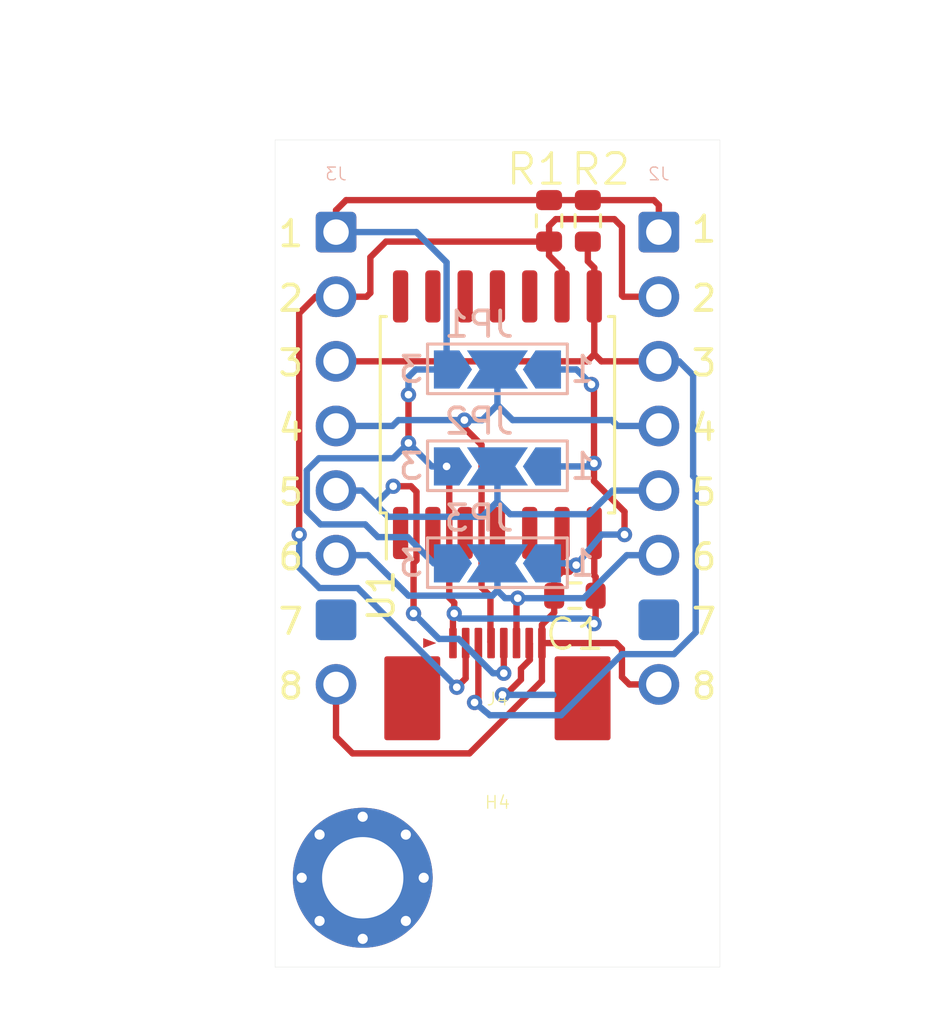
<source format=kicad_pcb>
(kicad_pcb (version 20171130) (host pcbnew "(5.1.5-0-10_14)")

  (general
    (thickness 1.6)
    (drawings 31)
    (tracks 193)
    (zones 0)
    (modules 12)
    (nets 11)
  )

  (page A4)
  (layers
    (0 F.Cu mixed)
    (31 B.Cu mixed)
    (32 B.Adhes user)
    (33 F.Adhes user)
    (34 B.Paste user)
    (35 F.Paste user)
    (36 B.SilkS user)
    (37 F.SilkS user)
    (38 B.Mask user)
    (39 F.Mask user)
    (40 Dwgs.User user)
    (41 Cmts.User user)
    (42 Eco1.User user)
    (43 Eco2.User user)
    (44 Edge.Cuts user)
    (45 Margin user)
    (46 B.CrtYd user)
    (47 F.CrtYd user)
    (48 B.Fab user)
    (49 F.Fab user)
  )

  (setup
    (last_trace_width 0.25)
    (user_trace_width 0.15)
    (user_trace_width 0.2)
    (user_trace_width 0.3)
    (user_trace_width 0.5)
    (user_trace_width 0.6)
    (user_trace_width 0.7)
    (user_trace_width 0.8)
    (user_trace_width 1)
    (user_trace_width 1.5)
    (user_trace_width 1.6)
    (user_trace_width 2.34)
    (trace_clearance 0.2)
    (zone_clearance 0.2)
    (zone_45_only no)
    (trace_min 0.15)
    (via_size 0.6)
    (via_drill 0.3)
    (via_min_size 0.6)
    (via_min_drill 0.3)
    (uvia_size 0.2)
    (uvia_drill 0.1)
    (uvias_allowed no)
    (uvia_min_size 0.2)
    (uvia_min_drill 0.1)
    (edge_width 0.01)
    (segment_width 0.02)
    (pcb_text_width 0.3)
    (pcb_text_size 1.5 1.5)
    (mod_edge_width 0.15)
    (mod_text_size 1 1)
    (mod_text_width 0.15)
    (pad_size 1.6 1.6)
    (pad_drill 1)
    (pad_to_mask_clearance 0)
    (solder_mask_min_width 0.1)
    (aux_axis_origin 92 70.99)
    (grid_origin 92 70.99)
    (visible_elements FFFFE77F)
    (pcbplotparams
      (layerselection 0x010cc_ffffffff)
      (usegerberextensions true)
      (usegerberattributes false)
      (usegerberadvancedattributes false)
      (creategerberjobfile false)
      (excludeedgelayer false)
      (linewidth 0.100000)
      (plotframeref false)
      (viasonmask false)
      (mode 1)
      (useauxorigin false)
      (hpglpennumber 1)
      (hpglpenspeed 20)
      (hpglpendiameter 15.000000)
      (psnegative false)
      (psa4output false)
      (plotreference false)
      (plotvalue false)
      (plotinvisibletext false)
      (padsonsilk true)
      (subtractmaskfromsilk false)
      (outputformat 1)
      (mirror false)
      (drillshape 0)
      (scaleselection 1)
      (outputdirectory "export/connector-breakout-b1-gerbers/"))
  )

  (net 0 "")
  (net 1 /VDD)
  (net 2 /GND)
  (net 3 /SDA)
  (net 4 /SCL)
  (net 5 /GPIO5)
  (net 6 /GPIO4)
  (net 7 /GPIO3)
  (net 8 "Net-(J2-Pad7)")
  (net 9 "Net-(J3-Pad7)")
  (net 10 "Net-(J4-Pad7)")

  (net_class Default "This is the default net class."
    (clearance 0.2)
    (trace_width 0.25)
    (via_dia 0.6)
    (via_drill 0.3)
    (uvia_dia 0.2)
    (uvia_drill 0.1)
    (add_net /GND)
    (add_net /GPIO3)
    (add_net /GPIO4)
    (add_net /GPIO5)
    (add_net /SCL)
    (add_net /SDA)
    (add_net /VDD)
    (add_net "Net-(J2-Pad7)")
    (add_net "Net-(J3-Pad7)")
    (add_net "Net-(J4-Pad7)")
  )

  (module connector:RUUVI_CONNECTOR_8PIN_HEADER (layer B.Cu) (tedit 5E942D6B) (tstamp 5E94336A)
    (at 85.65 82.11 180)
    (descr "Through hole straight pin header, 1x08, 2.54mm pitch, single row")
    (tags "Through hole pin header THT 1x08 2.54mm single row")
    (path /5E44A1A8)
    (fp_text reference J3 (at 0 2.286) (layer B.SilkS)
      (effects (font (size 0.5 0.5) (thickness 0.05)) (justify mirror))
    )
    (fp_text value "Ruuvi Connector Pin Header" (at 3.81 -6.67 90) (layer B.Fab)
      (effects (font (size 0.5 0.5) (thickness 0.05)) (justify mirror))
    )
    (fp_text user %R (at 0 -8.89 270) (layer B.Fab)
      (effects (font (size 1 1) (thickness 0.15)) (justify mirror))
    )
    (fp_line (start 1.8 1.8) (end -1.8 1.8) (layer B.CrtYd) (width 0.05))
    (fp_line (start 1.8 -19.55) (end 1.8 1.8) (layer B.CrtYd) (width 0.05))
    (fp_line (start -1.8 -19.55) (end 1.8 -19.55) (layer B.CrtYd) (width 0.05))
    (fp_line (start -1.8 1.8) (end -1.8 -19.55) (layer B.CrtYd) (width 0.05))
    (pad 8 thru_hole oval (at 0 -17.78 180) (size 1.6 1.6) (drill 1) (layers *.Cu *.Mask)
      (net 2 /GND))
    (pad 7 smd roundrect (at 0 -15.24 180) (size 1.6 1.6) (layers B.Cu B.Paste B.Mask) (roundrect_rratio 0.125)
      (net 9 "Net-(J3-Pad7)"))
    (pad 6 thru_hole oval (at 0 -12.7 180) (size 1.6 1.6) (drill 1) (layers *.Cu *.Mask)
      (net 5 /GPIO5))
    (pad 5 thru_hole oval (at 0 -10.16 180) (size 1.6 1.6) (drill 1) (layers *.Cu *.Mask)
      (net 6 /GPIO4))
    (pad 4 thru_hole oval (at 0 -7.62 180) (size 1.6 1.6) (drill 1) (layers *.Cu *.Mask)
      (net 7 /GPIO3))
    (pad 3 thru_hole oval (at 0 -5.08 180) (size 1.6 1.6) (drill 1) (layers *.Cu *.Mask)
      (net 3 /SDA))
    (pad 2 thru_hole oval (at 0 -2.54 180) (size 1.6 1.6) (drill 1) (layers *.Cu *.Mask)
      (net 4 /SCL))
    (pad 1 thru_hole roundrect (at 0 0 180) (size 1.6 1.6) (drill 1) (layers *.Cu *.Mask) (roundrect_rratio 0.125)
      (net 1 /VDD))
    (model ${KISYS3DMOD}/Connector_PinHeader_2.54mm.3dshapes/PinHeader_1x08_P2.54mm_Vertical.wrl
      (at (xyz 0 0 0))
      (scale (xyz 1 1 1))
      (rotate (xyz 0 0 0))
    )
  )

  (module connector:RUUVI_CONNECTOR_8PIN_HEADER (layer B.Cu) (tedit 5E942D86) (tstamp 5E94339A)
    (at 98.35 82.11 180)
    (descr "Through hole straight pin header, 1x08, 2.54mm pitch, single row")
    (tags "Through hole pin header THT 1x08 2.54mm single row")
    (path /5E43D485)
    (fp_text reference J2 (at 0 2.286) (layer B.SilkS)
      (effects (font (size 0.5 0.5) (thickness 0.05)) (justify mirror))
    )
    (fp_text value "Ruuvi Connector Pin Header" (at -3.81 -6.67 90) (layer B.Fab)
      (effects (font (size 0.5 0.5) (thickness 0.05)) (justify mirror))
    )
    (fp_text user %R (at 0 -8.89 270) (layer B.Fab)
      (effects (font (size 1 1) (thickness 0.15)) (justify mirror))
    )
    (fp_line (start 1.8 1.8) (end -1.8 1.8) (layer B.CrtYd) (width 0.05))
    (fp_line (start 1.8 -19.55) (end 1.8 1.8) (layer B.CrtYd) (width 0.05))
    (fp_line (start -1.8 -19.55) (end 1.8 -19.55) (layer B.CrtYd) (width 0.05))
    (fp_line (start -1.8 1.8) (end -1.8 -19.55) (layer B.CrtYd) (width 0.05))
    (pad 8 thru_hole oval (at 0 -17.78 180) (size 1.6 1.6) (drill 1) (layers *.Cu *.Mask)
      (net 2 /GND))
    (pad 7 smd roundrect (at 0 -15.24 180) (size 1.6 1.6) (layers B.Cu B.Paste B.Mask) (roundrect_rratio 0.125)
      (net 8 "Net-(J2-Pad7)"))
    (pad 6 thru_hole oval (at 0 -12.7 180) (size 1.6 1.6) (drill 1) (layers *.Cu *.Mask)
      (net 5 /GPIO5))
    (pad 5 thru_hole oval (at 0 -10.16 180) (size 1.6 1.6) (drill 1) (layers *.Cu *.Mask)
      (net 6 /GPIO4))
    (pad 4 thru_hole oval (at 0 -7.62 180) (size 1.6 1.6) (drill 1) (layers *.Cu *.Mask)
      (net 7 /GPIO3))
    (pad 3 thru_hole oval (at 0 -5.08 180) (size 1.6 1.6) (drill 1) (layers *.Cu *.Mask)
      (net 3 /SDA))
    (pad 2 thru_hole oval (at 0 -2.54 180) (size 1.6 1.6) (drill 1) (layers *.Cu *.Mask)
      (net 4 /SCL))
    (pad 1 thru_hole roundrect (at 0 0 180) (size 1.6 1.6) (drill 1) (layers *.Cu *.Mask) (roundrect_rratio 0.125)
      (net 1 /VDD))
    (model ${KISYS3DMOD}/Connector_PinHeader_2.54mm.3dshapes/PinHeader_1x08_P2.54mm_Vertical.wrl
      (at (xyz 0 0 0))
      (scale (xyz 1 1 1))
      (rotate (xyz 0 0 0))
    )
  )

  (module ruuvitag:MountingHole_3.2mm_M3_Pad_Via (layer F.Cu) (tedit 5E4552CD) (tstamp 5E943CAE)
    (at 86.7 107.49)
    (descr "Mounting Hole 3.2mm, M3")
    (tags "mounting hole 3.2mm m3")
    (path /5E4B7E1C)
    (attr virtual)
    (fp_text reference H6 (at 0 0) (layer F.SilkS)
      (effects (font (size 0.5 0.5) (thickness 0.05)))
    )
    (fp_text value MountingHole (at 0 0) (layer F.Fab)
      (effects (font (size 0.5 0.5) (thickness 0.05)))
    )
    (fp_text user %R (at 0.3 0) (layer F.Fab)
      (effects (font (size 1 1) (thickness 0.15)))
    )
    (pad 1 thru_hole circle (at 0 0) (size 5.5 5.5) (drill 3.2) (layers *.Cu *.Mask))
    (pad 1 thru_hole circle (at 2.4 0) (size 0.7 0.7) (drill 0.4) (layers *.Cu *.Mask))
    (pad 1 thru_hole circle (at 1.697056 1.697056) (size 0.7 0.7) (drill 0.4) (layers *.Cu *.Mask))
    (pad 1 thru_hole circle (at 0 2.4) (size 0.7 0.7) (drill 0.4) (layers *.Cu *.Mask))
    (pad 1 thru_hole circle (at -1.697056 1.697056) (size 0.7 0.7) (drill 0.4) (layers *.Cu *.Mask))
    (pad 1 thru_hole circle (at -2.4 0) (size 0.7 0.7) (drill 0.4) (layers *.Cu *.Mask))
    (pad 1 thru_hole circle (at -1.697056 -1.697056) (size 0.7 0.7) (drill 0.4) (layers *.Cu *.Mask))
    (pad 1 thru_hole circle (at 0 -2.4) (size 0.7 0.7) (drill 0.4) (layers *.Cu *.Mask))
    (pad 1 thru_hole circle (at 1.697056 -1.697056) (size 0.7 0.7) (drill 0.4) (layers *.Cu *.Mask))
  )

  (module connector:BreakoutHoles (layer F.Cu) (tedit 5E45549B) (tstamp 5E94331E)
    (at 92 103.5)
    (path /5E4B8666)
    (fp_text reference H4 (at 0 1.028) (layer F.SilkS)
      (effects (font (size 0.5 0.5) (thickness 0.05)))
    )
    (fp_text value "27 x 0.4mm NPTH" (at 0 -0.1) (layer F.Fab)
      (effects (font (size 0.5 0.5) (thickness 0.05)))
    )
    (pad "" np_thru_hole circle (at -6.6 0) (size 0.4 0.4) (drill 0.4) (layers *.Cu *.Mask))
    (pad "" np_thru_hole circle (at -0.6 0) (size 0.4 0.4) (drill 0.4) (layers *.Cu *.Mask))
    (pad "" np_thru_hole circle (at -3.6 0) (size 0.4 0.4) (drill 0.4) (layers *.Cu *.Mask))
    (pad "" np_thru_hole circle (at -1.2 0) (size 0.4 0.4) (drill 0.4) (layers *.Cu *.Mask))
    (pad "" np_thru_hole circle (at -3 0) (size 0.4 0.4) (drill 0.4) (layers *.Cu *.Mask))
    (pad "" np_thru_hole circle (at -1.8 0) (size 0.4 0.4) (drill 0.4) (layers *.Cu *.Mask))
    (pad "" np_thru_hole circle (at -4.8 0) (size 0.4 0.4) (drill 0.4) (layers *.Cu *.Mask))
    (pad "" np_thru_hole circle (at -5.4 0) (size 0.4 0.4) (drill 0.4) (layers *.Cu *.Mask))
    (pad "" np_thru_hole circle (at -7.8 0) (size 0.4 0.4) (drill 0.4) (layers *.Cu *.Mask))
    (pad "" np_thru_hole circle (at -2.4 0) (size 0.4 0.4) (drill 0.4) (layers *.Cu *.Mask))
    (pad "" np_thru_hole circle (at -4.2 0) (size 0.4 0.4) (drill 0.4) (layers *.Cu *.Mask))
    (pad "" np_thru_hole circle (at -7.2 0) (size 0.4 0.4) (drill 0.4) (layers *.Cu *.Mask))
    (pad "" np_thru_hole circle (at -6 0) (size 0.4 0.4) (drill 0.4) (layers *.Cu *.Mask))
    (pad "" np_thru_hole circle (at 7.8 0) (size 0.4 0.4) (drill 0.4) (layers *.Cu *.Mask))
    (pad "" np_thru_hole circle (at 7.2 0) (size 0.4 0.4) (drill 0.4) (layers *.Cu *.Mask))
    (pad "" np_thru_hole circle (at 6.6 0) (size 0.4 0.4) (drill 0.4) (layers *.Cu *.Mask))
    (pad "" np_thru_hole circle (at 6 0) (size 0.4 0.4) (drill 0.4) (layers *.Cu *.Mask))
    (pad "" np_thru_hole circle (at 5.4 0) (size 0.4 0.4) (drill 0.4) (layers *.Cu *.Mask))
    (pad "" np_thru_hole circle (at 4.8 0) (size 0.4 0.4) (drill 0.4) (layers *.Cu *.Mask))
    (pad "" np_thru_hole circle (at 4.2 0) (size 0.4 0.4) (drill 0.4) (layers *.Cu *.Mask))
    (pad "" np_thru_hole circle (at 3.6 0) (size 0.4 0.4) (drill 0.4) (layers *.Cu *.Mask))
    (pad "" np_thru_hole circle (at 3 0) (size 0.4 0.4) (drill 0.4) (layers *.Cu *.Mask))
    (pad "" np_thru_hole circle (at 2.4 0) (size 0.4 0.4) (drill 0.4) (layers *.Cu *.Mask))
    (pad "" np_thru_hole circle (at 1.8 0) (size 0.4 0.4) (drill 0.4) (layers *.Cu *.Mask))
    (pad "" np_thru_hole circle (at 1.2 0) (size 0.4 0.4) (drill 0.4) (layers *.Cu *.Mask))
    (pad "" np_thru_hole circle (at 0.6 0) (size 0.4 0.4) (drill 0.4) (layers *.Cu *.Mask))
    (pad "" np_thru_hole circle (at 0 0) (size 0.4 0.4) (drill 0.4) (layers *.Cu *.Mask))
  )

  (module passives:CAPC160X80X35L25N (layer F.Cu) (tedit 5C435224) (tstamp 5E943436)
    (at 95.048 96.4)
    (descr "Capacitor, Chip; 1.60 mm L X 0.80 mm W X 0.35 mm H body")
    (path /5E939FCE)
    (attr smd)
    (fp_text reference C1 (at 0 1.524) (layer F.SilkS)
      (effects (font (size 1.2 1.2) (thickness 0.12)))
    )
    (fp_text value 100n (at 0 0) (layer F.Fab)
      (effects (font (size 1.2 1.2) (thickness 0.12)))
    )
    (fp_line (start 0 -0.35) (end 0 0.35) (layer F.CrtYd) (width 0.05))
    (fp_line (start 0.35 0) (end -0.35 0) (layer F.CrtYd) (width 0.05))
    (fp_circle (center 0 0) (end 0 0.25) (layer F.CrtYd) (width 0.05))
    (fp_line (start 1.41 0.71) (end -1.41 0.71) (layer F.CrtYd) (width 0.05))
    (fp_line (start 1.41 -0.71) (end 1.41 0.71) (layer F.CrtYd) (width 0.05))
    (fp_line (start -1.41 -0.71) (end 1.41 -0.71) (layer F.CrtYd) (width 0.05))
    (fp_line (start -1.41 0.71) (end -1.41 -0.71) (layer F.CrtYd) (width 0.05))
    (fp_line (start -0.24 0.5) (end 0.24 0.5) (layer F.SilkS) (width 0.12))
    (fp_line (start -0.24 -0.5) (end 0.24 -0.5) (layer F.SilkS) (width 0.12))
    (fp_line (start 0.9 0.5) (end -0.9 0.5) (layer F.Fab) (width 0.12))
    (fp_line (start 0.9 -0.5) (end 0.9 0.5) (layer F.Fab) (width 0.12))
    (fp_line (start -0.9 -0.5) (end 0.9 -0.5) (layer F.Fab) (width 0.12))
    (fp_line (start -0.9 0.5) (end -0.9 -0.5) (layer F.Fab) (width 0.12))
    (fp_line (start 0.8 0.4) (end -0.8 0.4) (layer Dwgs.User) (width 0.025))
    (fp_line (start 0.8 -0.4) (end 0.8 0.4) (layer Dwgs.User) (width 0.025))
    (fp_line (start -0.8 -0.4) (end 0.8 -0.4) (layer Dwgs.User) (width 0.025))
    (fp_line (start -0.8 0.4) (end -0.8 -0.4) (layer Dwgs.User) (width 0.025))
    (fp_line (start 0.8 0.4) (end 0.55 0.4) (layer Dwgs.User) (width 0.025))
    (fp_line (start 0.8 -0.4) (end 0.8 0.4) (layer Dwgs.User) (width 0.025))
    (fp_line (start 0.55 -0.4) (end 0.8 -0.4) (layer Dwgs.User) (width 0.025))
    (fp_line (start 0.55 0.4) (end 0.55 -0.4) (layer Dwgs.User) (width 0.025))
    (fp_line (start -0.8 -0.4) (end -0.55 -0.4) (layer Dwgs.User) (width 0.025))
    (fp_line (start -0.8 0.4) (end -0.8 -0.4) (layer Dwgs.User) (width 0.025))
    (fp_line (start -0.55 0.4) (end -0.8 0.4) (layer Dwgs.User) (width 0.025))
    (fp_line (start -0.55 -0.4) (end -0.55 0.4) (layer Dwgs.User) (width 0.025))
    (fp_text user %R (at 0 0) (layer F.Fab)
      (effects (font (size 0.52 0.52) (thickness 0.05)))
    )
    (pad 2 smd roundrect (at 0.815 0) (size 0.79 1.02) (layers F.Cu F.Paste F.Mask) (roundrect_rratio 0.2532)
      (net 1 /VDD))
    (pad 1 smd roundrect (at -0.815 0) (size 0.79 1.02) (layers F.Cu F.Paste F.Mask) (roundrect_rratio 0.2532)
      (net 2 /GND))
    (model C:/Users/ojousima/Documents/git/ojousima.nrf52sticker.kicad/ojousima.footprints.kicad/passives.3dshapes/CAPC160X80X35L25.STEP
      (at (xyz 0 0 0))
      (scale (xyz 1 1 1))
      (rotate (xyz -90 0 0))
    )
  )

  (module passives:CAPC160X80X35L25N (layer F.Cu) (tedit 5C435224) (tstamp 5E9433D9)
    (at 94.032 81.668 270)
    (descr "Capacitor, Chip; 1.60 mm L X 0.80 mm W X 0.35 mm H body")
    (path /5E94146E)
    (attr smd)
    (fp_text reference R1 (at -2.032 0.508) (layer F.SilkS)
      (effects (font (size 1.2 1.2) (thickness 0.12)))
    )
    (fp_text value 10k (at 0 0 270) (layer F.Fab)
      (effects (font (size 1.2 1.2) (thickness 0.12)))
    )
    (fp_text user %R (at 0 0 270) (layer F.Fab)
      (effects (font (size 0.52 0.52) (thickness 0.05)))
    )
    (fp_line (start -0.55 -0.4) (end -0.55 0.4) (layer Dwgs.User) (width 0.025))
    (fp_line (start -0.55 0.4) (end -0.8 0.4) (layer Dwgs.User) (width 0.025))
    (fp_line (start -0.8 0.4) (end -0.8 -0.4) (layer Dwgs.User) (width 0.025))
    (fp_line (start -0.8 -0.4) (end -0.55 -0.4) (layer Dwgs.User) (width 0.025))
    (fp_line (start 0.55 0.4) (end 0.55 -0.4) (layer Dwgs.User) (width 0.025))
    (fp_line (start 0.55 -0.4) (end 0.8 -0.4) (layer Dwgs.User) (width 0.025))
    (fp_line (start 0.8 -0.4) (end 0.8 0.4) (layer Dwgs.User) (width 0.025))
    (fp_line (start 0.8 0.4) (end 0.55 0.4) (layer Dwgs.User) (width 0.025))
    (fp_line (start -0.8 0.4) (end -0.8 -0.4) (layer Dwgs.User) (width 0.025))
    (fp_line (start -0.8 -0.4) (end 0.8 -0.4) (layer Dwgs.User) (width 0.025))
    (fp_line (start 0.8 -0.4) (end 0.8 0.4) (layer Dwgs.User) (width 0.025))
    (fp_line (start 0.8 0.4) (end -0.8 0.4) (layer Dwgs.User) (width 0.025))
    (fp_line (start -0.9 0.5) (end -0.9 -0.5) (layer F.Fab) (width 0.12))
    (fp_line (start -0.9 -0.5) (end 0.9 -0.5) (layer F.Fab) (width 0.12))
    (fp_line (start 0.9 -0.5) (end 0.9 0.5) (layer F.Fab) (width 0.12))
    (fp_line (start 0.9 0.5) (end -0.9 0.5) (layer F.Fab) (width 0.12))
    (fp_line (start -0.24 -0.5) (end 0.24 -0.5) (layer F.SilkS) (width 0.12))
    (fp_line (start -0.24 0.5) (end 0.24 0.5) (layer F.SilkS) (width 0.12))
    (fp_line (start -1.41 0.71) (end -1.41 -0.71) (layer F.CrtYd) (width 0.05))
    (fp_line (start -1.41 -0.71) (end 1.41 -0.71) (layer F.CrtYd) (width 0.05))
    (fp_line (start 1.41 -0.71) (end 1.41 0.71) (layer F.CrtYd) (width 0.05))
    (fp_line (start 1.41 0.71) (end -1.41 0.71) (layer F.CrtYd) (width 0.05))
    (fp_circle (center 0 0) (end 0 0.25) (layer F.CrtYd) (width 0.05))
    (fp_line (start 0.35 0) (end -0.35 0) (layer F.CrtYd) (width 0.05))
    (fp_line (start 0 -0.35) (end 0 0.35) (layer F.CrtYd) (width 0.05))
    (pad 1 smd roundrect (at -0.815 0 270) (size 0.79 1.02) (layers F.Cu F.Paste F.Mask) (roundrect_rratio 0.2532)
      (net 1 /VDD))
    (pad 2 smd roundrect (at 0.815 0 270) (size 0.79 1.02) (layers F.Cu F.Paste F.Mask) (roundrect_rratio 0.2532)
      (net 4 /SCL))
    (model C:/Users/ojousima/Documents/git/ojousima.nrf52sticker.kicad/ojousima.footprints.kicad/passives.3dshapes/CAPC160X80X35L25.STEP
      (at (xyz 0 0 0))
      (scale (xyz 1 1 1))
      (rotate (xyz -90 0 0))
    )
  )

  (module passives:CAPC160X80X35L25N (layer F.Cu) (tedit 5C435224) (tstamp 5E9432C2)
    (at 95.556 81.668 270)
    (descr "Capacitor, Chip; 1.60 mm L X 0.80 mm W X 0.35 mm H body")
    (path /5E9421D0)
    (attr smd)
    (fp_text reference R2 (at -2.032 -0.508) (layer F.SilkS)
      (effects (font (size 1.2 1.2) (thickness 0.12)))
    )
    (fp_text value 10k (at 0 0 270) (layer F.Fab)
      (effects (font (size 1.2 1.2) (thickness 0.12)))
    )
    (fp_line (start 0 -0.35) (end 0 0.35) (layer F.CrtYd) (width 0.05))
    (fp_line (start 0.35 0) (end -0.35 0) (layer F.CrtYd) (width 0.05))
    (fp_circle (center 0 0) (end 0 0.25) (layer F.CrtYd) (width 0.05))
    (fp_line (start 1.41 0.71) (end -1.41 0.71) (layer F.CrtYd) (width 0.05))
    (fp_line (start 1.41 -0.71) (end 1.41 0.71) (layer F.CrtYd) (width 0.05))
    (fp_line (start -1.41 -0.71) (end 1.41 -0.71) (layer F.CrtYd) (width 0.05))
    (fp_line (start -1.41 0.71) (end -1.41 -0.71) (layer F.CrtYd) (width 0.05))
    (fp_line (start -0.24 0.5) (end 0.24 0.5) (layer F.SilkS) (width 0.12))
    (fp_line (start -0.24 -0.5) (end 0.24 -0.5) (layer F.SilkS) (width 0.12))
    (fp_line (start 0.9 0.5) (end -0.9 0.5) (layer F.Fab) (width 0.12))
    (fp_line (start 0.9 -0.5) (end 0.9 0.5) (layer F.Fab) (width 0.12))
    (fp_line (start -0.9 -0.5) (end 0.9 -0.5) (layer F.Fab) (width 0.12))
    (fp_line (start -0.9 0.5) (end -0.9 -0.5) (layer F.Fab) (width 0.12))
    (fp_line (start 0.8 0.4) (end -0.8 0.4) (layer Dwgs.User) (width 0.025))
    (fp_line (start 0.8 -0.4) (end 0.8 0.4) (layer Dwgs.User) (width 0.025))
    (fp_line (start -0.8 -0.4) (end 0.8 -0.4) (layer Dwgs.User) (width 0.025))
    (fp_line (start -0.8 0.4) (end -0.8 -0.4) (layer Dwgs.User) (width 0.025))
    (fp_line (start 0.8 0.4) (end 0.55 0.4) (layer Dwgs.User) (width 0.025))
    (fp_line (start 0.8 -0.4) (end 0.8 0.4) (layer Dwgs.User) (width 0.025))
    (fp_line (start 0.55 -0.4) (end 0.8 -0.4) (layer Dwgs.User) (width 0.025))
    (fp_line (start 0.55 0.4) (end 0.55 -0.4) (layer Dwgs.User) (width 0.025))
    (fp_line (start -0.8 -0.4) (end -0.55 -0.4) (layer Dwgs.User) (width 0.025))
    (fp_line (start -0.8 0.4) (end -0.8 -0.4) (layer Dwgs.User) (width 0.025))
    (fp_line (start -0.55 0.4) (end -0.8 0.4) (layer Dwgs.User) (width 0.025))
    (fp_line (start -0.55 -0.4) (end -0.55 0.4) (layer Dwgs.User) (width 0.025))
    (fp_text user %R (at 0 0 270) (layer F.Fab)
      (effects (font (size 0.52 0.52) (thickness 0.05)))
    )
    (pad 2 smd roundrect (at 0.815 0 270) (size 0.79 1.02) (layers F.Cu F.Paste F.Mask) (roundrect_rratio 0.2532)
      (net 3 /SDA))
    (pad 1 smd roundrect (at -0.815 0 270) (size 0.79 1.02) (layers F.Cu F.Paste F.Mask) (roundrect_rratio 0.2532)
      (net 1 /VDD))
    (model C:/Users/ojousima/Documents/git/ojousima.nrf52sticker.kicad/ojousima.footprints.kicad/passives.3dshapes/CAPC160X80X35L25.STEP
      (at (xyz 0 0 0))
      (scale (xyz 1 1 1))
      (rotate (xyz -90 0 0))
    )
  )

  (module Package_SO:SOIC-14W_7.5x9mm_P1.27mm (layer F.Cu) (tedit 5D9F72B1) (tstamp 5E943234)
    (at 92 89.288 90)
    (descr "SOIC, 14 Pin (JEDEC MS-013AF, https://www.analog.com/media/en/package-pcb-resources/package/54614177245586rw_14.pdf), generated with kicad-footprint-generator ipc_gullwing_generator.py")
    (tags "SOIC SO")
    (path /5E91DD4B)
    (attr smd)
    (fp_text reference U1 (at -7.112 -4.572 90) (layer F.SilkS)
      (effects (font (size 1 1) (thickness 0.15)))
    )
    (fp_text value NPA-700 (at 0 5.45 90) (layer F.Fab)
      (effects (font (size 1 1) (thickness 0.15)))
    )
    (fp_line (start 0 4.61) (end 3.86 4.61) (layer F.SilkS) (width 0.12))
    (fp_line (start 3.86 4.61) (end 3.86 4.37) (layer F.SilkS) (width 0.12))
    (fp_line (start 0 4.61) (end -3.86 4.61) (layer F.SilkS) (width 0.12))
    (fp_line (start -3.86 4.61) (end -3.86 4.37) (layer F.SilkS) (width 0.12))
    (fp_line (start 0 -4.61) (end 3.86 -4.61) (layer F.SilkS) (width 0.12))
    (fp_line (start 3.86 -4.61) (end 3.86 -4.37) (layer F.SilkS) (width 0.12))
    (fp_line (start 0 -4.61) (end -3.86 -4.61) (layer F.SilkS) (width 0.12))
    (fp_line (start -3.86 -4.61) (end -3.86 -4.37) (layer F.SilkS) (width 0.12))
    (fp_line (start -3.86 -4.37) (end -5.675 -4.37) (layer F.SilkS) (width 0.12))
    (fp_line (start -2.75 -4.5) (end 3.75 -4.5) (layer F.Fab) (width 0.1))
    (fp_line (start 3.75 -4.5) (end 3.75 4.5) (layer F.Fab) (width 0.1))
    (fp_line (start 3.75 4.5) (end -3.75 4.5) (layer F.Fab) (width 0.1))
    (fp_line (start -3.75 4.5) (end -3.75 -3.5) (layer F.Fab) (width 0.1))
    (fp_line (start -3.75 -3.5) (end -2.75 -4.5) (layer F.Fab) (width 0.1))
    (fp_line (start -5.93 -4.75) (end -5.93 4.75) (layer F.CrtYd) (width 0.05))
    (fp_line (start -5.93 4.75) (end 5.93 4.75) (layer F.CrtYd) (width 0.05))
    (fp_line (start 5.93 4.75) (end 5.93 -4.75) (layer F.CrtYd) (width 0.05))
    (fp_line (start 5.93 -4.75) (end -5.93 -4.75) (layer F.CrtYd) (width 0.05))
    (fp_text user %R (at 0 0 90) (layer F.Fab)
      (effects (font (size 1 1) (thickness 0.15)))
    )
    (pad 1 smd roundrect (at -4.65 -3.81 90) (size 2.05 0.6) (layers F.Cu F.Paste F.Mask) (roundrect_rratio 0.25))
    (pad 2 smd roundrect (at -4.65 -2.54 90) (size 2.05 0.6) (layers F.Cu F.Paste F.Mask) (roundrect_rratio 0.25))
    (pad 3 smd roundrect (at -4.65 -1.27 90) (size 2.05 0.6) (layers F.Cu F.Paste F.Mask) (roundrect_rratio 0.25))
    (pad 4 smd roundrect (at -4.65 0 90) (size 2.05 0.6) (layers F.Cu F.Paste F.Mask) (roundrect_rratio 0.25))
    (pad 5 smd roundrect (at -4.65 1.27 90) (size 2.05 0.6) (layers F.Cu F.Paste F.Mask) (roundrect_rratio 0.25))
    (pad 6 smd roundrect (at -4.65 2.54 90) (size 2.05 0.6) (layers F.Cu F.Paste F.Mask) (roundrect_rratio 0.25)
      (net 2 /GND))
    (pad 7 smd roundrect (at -4.65 3.81 90) (size 2.05 0.6) (layers F.Cu F.Paste F.Mask) (roundrect_rratio 0.25)
      (net 1 /VDD))
    (pad 8 smd roundrect (at 4.65 3.81 90) (size 2.05 0.6) (layers F.Cu F.Paste F.Mask) (roundrect_rratio 0.25)
      (net 3 /SDA))
    (pad 9 smd roundrect (at 4.65 2.54 90) (size 2.05 0.6) (layers F.Cu F.Paste F.Mask) (roundrect_rratio 0.25)
      (net 4 /SCL))
    (pad 10 smd roundrect (at 4.65 1.27 90) (size 2.05 0.6) (layers F.Cu F.Paste F.Mask) (roundrect_rratio 0.25))
    (pad 11 smd roundrect (at 4.65 0 90) (size 2.05 0.6) (layers F.Cu F.Paste F.Mask) (roundrect_rratio 0.25))
    (pad 12 smd roundrect (at 4.65 -1.27 90) (size 2.05 0.6) (layers F.Cu F.Paste F.Mask) (roundrect_rratio 0.25))
    (pad 13 smd roundrect (at 4.65 -2.54 90) (size 2.05 0.6) (layers F.Cu F.Paste F.Mask) (roundrect_rratio 0.25))
    (pad 14 smd roundrect (at 4.65 -3.81 90) (size 2.05 0.6) (layers F.Cu F.Paste F.Mask) (roundrect_rratio 0.25))
    (model ${KISYS3DMOD}/Package_SO.3dshapes/SOIC-14W_7.5x9mm_P1.27mm.wrl
      (at (xyz 0 0 0))
      (scale (xyz 1 1 1))
      (rotate (xyz 0 0 0))
    )
  )

  (module connector:RUUVI_CONNECTOR_FFC (layer F.Cu) (tedit 5E4792EC) (tstamp 5E9431D6)
    (at 92 100.464)
    (path /5E47EC4C)
    (fp_text reference J4 (at 0 0) (layer F.SilkS)
      (effects (font (size 0.5 0.5) (thickness 0.05)))
    )
    (fp_text value "Ruuvi Connector Horizontal" (at 0 0) (layer F.Fab)
      (effects (font (size 0.5 0.5) (thickness 0.05)))
    )
    (fp_line (start -4.8 1.6) (end -4.8 2.6) (layer F.CrtYd) (width 0.05))
    (fp_line (start -4.8 2.6) (end 4.8 2.6) (layer F.CrtYd) (width 0.05))
    (fp_line (start 4.8 2.6) (end 4.8 1.6) (layer F.CrtYd) (width 0.05))
    (fp_line (start 4.8 3.6) (end -4.8 3.6) (layer F.CrtYd) (width 0.05))
    (fp_line (start -4.8 3.6) (end -4.8 3) (layer F.CrtYd) (width 0.05))
    (fp_line (start 4.8 3.6) (end 4.8 3) (layer F.CrtYd) (width 0.05))
    (fp_line (start -4.8 1.6) (end -2.4 1.6) (layer F.CrtYd) (width 0.05))
    (fp_line (start -2.4 1.6) (end -2.4 2.6) (layer F.CrtYd) (width 0.05))
    (fp_line (start 2.4 1.6) (end 2.4 2.6) (layer F.CrtYd) (width 0.05))
    (fp_line (start 2.4 1.6) (end 4.8 1.6) (layer F.CrtYd) (width 0.05))
    (fp_line (start -2.2 2.6) (end -2.2 -1.2) (layer F.CrtYd) (width 0.05))
    (fp_line (start -2.2 -1.2) (end 2.2 -1.2) (layer F.CrtYd) (width 0.05))
    (fp_line (start 2.2 -1.2) (end 2.2 2.6) (layer F.CrtYd) (width 0.05))
    (fp_text user Open (at 0 3.1) (layer F.CrtYd)
      (effects (font (size 0.3 0.3) (thickness 0.03) italic))
    )
    (fp_text user Closed (at 0 2.15) (layer F.CrtYd)
      (effects (font (size 0.3 0.3) (thickness 0.03) italic))
    )
    (pad 1 smd roundrect (at -1.75 -2.2) (size 0.3 1.2) (layers F.Cu F.Paste F.Mask) (roundrect_rratio 0.167)
      (net 1 /VDD))
    (pad 2 smd roundrect (at -1.25 -2.2) (size 0.3 1.2) (layers F.Cu F.Paste F.Mask) (roundrect_rratio 0.167)
      (net 4 /SCL))
    (pad 3 smd roundrect (at -0.75 -2.2) (size 0.3 1.2) (layers F.Cu F.Paste F.Mask) (roundrect_rratio 0.167)
      (net 3 /SDA))
    (pad 4 smd roundrect (at -0.25 -2.2) (size 0.3 1.2) (layers F.Cu F.Paste F.Mask) (roundrect_rratio 0.167)
      (net 7 /GPIO3))
    (pad 5 smd roundrect (at 0.25 -2.2) (size 0.3 1.2) (layers F.Cu F.Paste F.Mask) (roundrect_rratio 0.167)
      (net 6 /GPIO4))
    (pad 6 smd roundrect (at 0.75 -2.2) (size 0.3 1.2) (layers F.Cu F.Paste F.Mask) (roundrect_rratio 0.167)
      (net 5 /GPIO5))
    (pad 7 smd roundrect (at 1.25 -2.2) (size 0.3 1.2) (layers F.Cu F.Paste F.Mask) (roundrect_rratio 0.167)
      (net 10 "Net-(J4-Pad7)"))
    (pad 8 smd roundrect (at 1.75 -2.2) (size 0.3 1.2) (layers F.Cu F.Paste F.Mask) (roundrect_rratio 0.167)
      (net 2 /GND))
    (pad ~ smd roundrect (at -3.35 -0.03) (size 2.2 3.3) (layers F.Cu F.Paste F.Mask) (roundrect_rratio 0.045))
    (pad ~ smd roundrect (at 3.35 -0.03) (size 2.2 3.3) (layers F.Cu F.Paste F.Mask) (roundrect_rratio 0.045))
    (pad ~ smd trapezoid (at -2.67 -2.2) (size 0.5 0.2) (rect_delta 0.19 0 ) (layers F.Cu F.Mask))
    (model "../../kicad-library/3d-components/JUSHUO AFC07-S08ECA-00.wrl"
      (at (xyz 0 0 0))
      (scale (xyz 1 1 1))
      (rotate (xyz 0 0 0))
    )
  )

  (module Jumper:SolderJumper-3_P2.0mm_Open_TrianglePad1.0x1.5mm_NumberLabels (layer B.Cu) (tedit 5A6480B6) (tstamp 5E943195)
    (at 92 87.51 180)
    (descr "SMD Solder Jumper, 1x1.5mm Triangular Pads, 0.3mm gap, open, labeled with numbers")
    (tags "solder jumper open")
    (path /5E94F147)
    (attr virtual)
    (fp_text reference JP1 (at 0.725 1.775 180) (layer B.SilkS)
      (effects (font (size 1 1) (thickness 0.15)) (justify mirror))
    )
    (fp_text value SolderJumper_3_Open (at 0.725 -1.925 180) (layer B.Fab)
      (effects (font (size 1 1) (thickness 0.15)) (justify mirror))
    )
    (fp_text user 3 (at 3.4 0 180) (layer B.SilkS)
      (effects (font (size 1 1) (thickness 0.15)) (justify mirror))
    )
    (fp_text user 1 (at -3.35 0 180) (layer B.SilkS)
      (effects (font (size 1 1) (thickness 0.15)) (justify mirror))
    )
    (fp_line (start -2.75 -0.95) (end -2.75 1) (layer B.SilkS) (width 0.12))
    (fp_line (start 2.75 -0.95) (end -2.75 -0.95) (layer B.SilkS) (width 0.12))
    (fp_line (start 2.75 1) (end 2.75 -0.95) (layer B.SilkS) (width 0.12))
    (fp_line (start -2.75 1) (end 2.75 1) (layer B.SilkS) (width 0.12))
    (fp_line (start -2.98 1.27) (end 3 1.27) (layer B.CrtYd) (width 0.05))
    (fp_line (start -2.98 1.27) (end -2.98 -1.25) (layer B.CrtYd) (width 0.05))
    (fp_line (start 3 -1.25) (end 3 1.27) (layer B.CrtYd) (width 0.05))
    (fp_line (start 3 -1.25) (end -2.98 -1.25) (layer B.CrtYd) (width 0.05))
    (pad "" smd rect (at 1.2 0 180) (size 1.5 1.5) (layers B.Mask))
    (pad "" smd rect (at -1.2 0 180) (size 1.5 1.5) (layers B.Mask))
    (pad 1 smd custom (at -2 0 180) (size 0.3 0.3) (layers B.Cu B.Mask)
      (net 2 /GND) (zone_connect 2)
      (options (clearance outline) (anchor rect))
      (primitives
        (gr_poly (pts
           (xy -0.5 0.75) (xy 0.5 0.75) (xy 1 0) (xy 0.5 -0.75) (xy -0.5 -0.75)
) (width 0))
      ))
    (pad 2 smd custom (at 0 0 180) (size 0.3 0.3) (layers B.Cu)
      (net 7 /GPIO3) (zone_connect 2)
      (options (clearance outline) (anchor rect))
      (primitives
        (gr_poly (pts
           (xy -1.2 0.75) (xy 1.2 0.75) (xy 0.7 0) (xy 1.2 -0.75) (xy -1.2 -0.75)
           (xy -0.7 0)) (width 0))
      ))
    (pad 3 smd custom (at 2 0) (size 0.3 0.3) (layers B.Cu B.Mask)
      (net 1 /VDD) (zone_connect 2)
      (options (clearance outline) (anchor rect))
      (primitives
        (gr_poly (pts
           (xy -0.5 0.75) (xy 0.5 0.75) (xy 1 0) (xy 0.5 -0.75) (xy -0.5 -0.75)
) (width 0))
      ))
  )

  (module Jumper:SolderJumper-3_P2.0mm_Open_TrianglePad1.0x1.5mm_NumberLabels (layer B.Cu) (tedit 5A6480B6) (tstamp 5E94315F)
    (at 92 91.32 180)
    (descr "SMD Solder Jumper, 1x1.5mm Triangular Pads, 0.3mm gap, open, labeled with numbers")
    (tags "solder jumper open")
    (path /5E952187)
    (attr virtual)
    (fp_text reference JP2 (at 0.725 1.775 180) (layer B.SilkS)
      (effects (font (size 1 1) (thickness 0.15)) (justify mirror))
    )
    (fp_text value SolderJumper_3_Open (at 0.725 -1.925 180) (layer B.Fab)
      (effects (font (size 1 1) (thickness 0.15)) (justify mirror))
    )
    (fp_line (start 3 -1.25) (end -2.98 -1.25) (layer B.CrtYd) (width 0.05))
    (fp_line (start 3 -1.25) (end 3 1.27) (layer B.CrtYd) (width 0.05))
    (fp_line (start -2.98 1.27) (end -2.98 -1.25) (layer B.CrtYd) (width 0.05))
    (fp_line (start -2.98 1.27) (end 3 1.27) (layer B.CrtYd) (width 0.05))
    (fp_line (start -2.75 1) (end 2.75 1) (layer B.SilkS) (width 0.12))
    (fp_line (start 2.75 1) (end 2.75 -0.95) (layer B.SilkS) (width 0.12))
    (fp_line (start 2.75 -0.95) (end -2.75 -0.95) (layer B.SilkS) (width 0.12))
    (fp_line (start -2.75 -0.95) (end -2.75 1) (layer B.SilkS) (width 0.12))
    (fp_text user 1 (at -3.35 0 180) (layer B.SilkS)
      (effects (font (size 1 1) (thickness 0.15)) (justify mirror))
    )
    (fp_text user 3 (at 3.4 0 180) (layer B.SilkS)
      (effects (font (size 1 1) (thickness 0.15)) (justify mirror))
    )
    (pad 3 smd custom (at 2 0) (size 0.3 0.3) (layers B.Cu B.Mask)
      (net 1 /VDD) (zone_connect 2)
      (options (clearance outline) (anchor rect))
      (primitives
        (gr_poly (pts
           (xy -0.5 0.75) (xy 0.5 0.75) (xy 1 0) (xy 0.5 -0.75) (xy -0.5 -0.75)
) (width 0))
      ))
    (pad 2 smd custom (at 0 0 180) (size 0.3 0.3) (layers B.Cu)
      (net 6 /GPIO4) (zone_connect 2)
      (options (clearance outline) (anchor rect))
      (primitives
        (gr_poly (pts
           (xy -1.2 0.75) (xy 1.2 0.75) (xy 0.7 0) (xy 1.2 -0.75) (xy -1.2 -0.75)
           (xy -0.7 0)) (width 0))
      ))
    (pad 1 smd custom (at -2 0 180) (size 0.3 0.3) (layers B.Cu B.Mask)
      (net 2 /GND) (zone_connect 2)
      (options (clearance outline) (anchor rect))
      (primitives
        (gr_poly (pts
           (xy -0.5 0.75) (xy 0.5 0.75) (xy 1 0) (xy 0.5 -0.75) (xy -0.5 -0.75)
) (width 0))
      ))
    (pad "" smd rect (at -1.2 0 180) (size 1.5 1.5) (layers B.Mask))
    (pad "" smd rect (at 1.2 0 180) (size 1.5 1.5) (layers B.Mask))
  )

  (module Jumper:SolderJumper-3_P2.0mm_Open_TrianglePad1.0x1.5mm_NumberLabels (layer B.Cu) (tedit 5A6480B6) (tstamp 5E943129)
    (at 92 95.13 180)
    (descr "SMD Solder Jumper, 1x1.5mm Triangular Pads, 0.3mm gap, open, labeled with numbers")
    (tags "solder jumper open")
    (path /5E952B9E)
    (attr virtual)
    (fp_text reference JP3 (at 0.725 1.775 180) (layer B.SilkS)
      (effects (font (size 1 1) (thickness 0.15)) (justify mirror))
    )
    (fp_text value SolderJumper_3_Open (at 0.725 -1.925 180) (layer B.Fab)
      (effects (font (size 1 1) (thickness 0.15)) (justify mirror))
    )
    (fp_text user 3 (at 3.4 0 180) (layer B.SilkS)
      (effects (font (size 1 1) (thickness 0.15)) (justify mirror))
    )
    (fp_text user 1 (at -3.35 0 180) (layer B.SilkS)
      (effects (font (size 1 1) (thickness 0.15)) (justify mirror))
    )
    (fp_line (start -2.75 -0.95) (end -2.75 1) (layer B.SilkS) (width 0.12))
    (fp_line (start 2.75 -0.95) (end -2.75 -0.95) (layer B.SilkS) (width 0.12))
    (fp_line (start 2.75 1) (end 2.75 -0.95) (layer B.SilkS) (width 0.12))
    (fp_line (start -2.75 1) (end 2.75 1) (layer B.SilkS) (width 0.12))
    (fp_line (start -2.98 1.27) (end 3 1.27) (layer B.CrtYd) (width 0.05))
    (fp_line (start -2.98 1.27) (end -2.98 -1.25) (layer B.CrtYd) (width 0.05))
    (fp_line (start 3 -1.25) (end 3 1.27) (layer B.CrtYd) (width 0.05))
    (fp_line (start 3 -1.25) (end -2.98 -1.25) (layer B.CrtYd) (width 0.05))
    (pad "" smd rect (at 1.2 0 180) (size 1.5 1.5) (layers B.Mask))
    (pad "" smd rect (at -1.2 0 180) (size 1.5 1.5) (layers B.Mask))
    (pad 1 smd custom (at -2 0 180) (size 0.3 0.3) (layers B.Cu B.Mask)
      (net 2 /GND) (zone_connect 2)
      (options (clearance outline) (anchor rect))
      (primitives
        (gr_poly (pts
           (xy -0.5 0.75) (xy 0.5 0.75) (xy 1 0) (xy 0.5 -0.75) (xy -0.5 -0.75)
) (width 0))
      ))
    (pad 2 smd custom (at 0 0 180) (size 0.3 0.3) (layers B.Cu)
      (net 5 /GPIO5) (zone_connect 2)
      (options (clearance outline) (anchor rect))
      (primitives
        (gr_poly (pts
           (xy -1.2 0.75) (xy 1.2 0.75) (xy 0.7 0) (xy 1.2 -0.75) (xy -1.2 -0.75)
           (xy -0.7 0)) (width 0))
      ))
    (pad 3 smd custom (at 2 0) (size 0.3 0.3) (layers B.Cu B.Mask)
      (net 1 /VDD) (zone_connect 2)
      (options (clearance outline) (anchor rect))
      (primitives
        (gr_poly (pts
           (xy -0.5 0.75) (xy 0.5 0.75) (xy 1 0) (xy 0.5 -0.75) (xy -0.5 -0.75)
) (width 0))
      ))
  )

  (dimension 3.2 (width 0.15) (layer Dwgs.User)
    (gr_text "3.200 mm" (at 81.2 107.49 90) (layer Dwgs.User)
      (effects (font (size 0.8 0.8) (thickness 0.15)))
    )
    (feature1 (pts (xy 86.7 105.89) (xy 81.913579 105.89)))
    (feature2 (pts (xy 86.7 109.09) (xy 81.913579 109.09)))
    (crossbar (pts (xy 82.5 109.09) (xy 82.5 105.89)))
    (arrow1a (pts (xy 82.5 105.89) (xy 83.086421 107.016504)))
    (arrow1b (pts (xy 82.5 105.89) (xy 81.913579 107.016504)))
    (arrow2a (pts (xy 82.5 109.09) (xy 83.086421 107.963496)))
    (arrow2b (pts (xy 82.5 109.09) (xy 81.913579 107.963496)))
  )
  (dimension 11.105 (width 0.15) (layer Dwgs.User)
    (gr_text "11.105 mm" (at 78.63 105.4425 270) (layer Dwgs.User)
      (effects (font (size 1 1) (thickness 0.15)))
    )
    (feature1 (pts (xy 85.65 110.995) (xy 79.343579 110.995)))
    (feature2 (pts (xy 85.65 99.89) (xy 79.343579 99.89)))
    (crossbar (pts (xy 79.93 99.89) (xy 79.93 110.995)))
    (arrow1a (pts (xy 79.93 110.995) (xy 79.343579 109.868496)))
    (arrow1b (pts (xy 79.93 110.995) (xy 80.516421 109.868496)))
    (arrow2a (pts (xy 79.93 99.89) (xy 79.343579 101.016504)))
    (arrow2b (pts (xy 79.93 99.89) (xy 80.516421 101.016504)))
  )
  (dimension 2.4 (width 0.15) (layer Dwgs.User)
    (gr_text "2.400 mm" (at 84.45 102.84) (layer Dwgs.User)
      (effects (font (size 1 1) (thickness 0.15)))
    )
    (feature1 (pts (xy 83.25 99.89) (xy 83.25 102.126421)))
    (feature2 (pts (xy 85.65 99.89) (xy 85.65 102.126421)))
    (crossbar (pts (xy 85.65 101.54) (xy 83.25 101.54)))
    (arrow1a (pts (xy 83.25 101.54) (xy 84.376504 100.953579)))
    (arrow1b (pts (xy 83.25 101.54) (xy 84.376504 102.126421)))
    (arrow2a (pts (xy 85.65 101.54) (xy 84.523496 100.953579)))
    (arrow2b (pts (xy 85.65 101.54) (xy 84.523496 102.126421)))
  )
  (dimension 3.5 (width 0.15) (layer Dwgs.User)
    (gr_text "3.500 mm" (at 91.8 109.24 270) (layer Dwgs.User)
      (effects (font (size 1 1) (thickness 0.15)))
    )
    (feature1 (pts (xy 86.7 110.99) (xy 91.086421 110.99)))
    (feature2 (pts (xy 86.7 107.49) (xy 91.086421 107.49)))
    (crossbar (pts (xy 90.5 107.49) (xy 90.5 110.99)))
    (arrow1a (pts (xy 90.5 110.99) (xy 89.913579 109.863496)))
    (arrow1b (pts (xy 90.5 110.99) (xy 91.086421 109.863496)))
    (arrow2a (pts (xy 90.5 107.49) (xy 89.913579 108.616504)))
    (arrow2b (pts (xy 90.5 107.49) (xy 91.086421 108.616504)))
  )
  (dimension 19.939 (width 0.15) (layer Dwgs.User) (tstamp 5E944509)
    (gr_text "0.7850 in" (at 76.095 101.0255 270) (layer Dwgs.User) (tstamp 5E944509)
      (effects (font (size 1 1) (thickness 0.15)))
    )
    (feature1 (pts (xy 85.65 110.995) (xy 76.808579 110.995)))
    (feature2 (pts (xy 85.65 91.056) (xy 76.808579 91.056)))
    (crossbar (pts (xy 77.395 91.056) (xy 77.395 110.995)))
    (arrow1a (pts (xy 77.395 110.995) (xy 76.808579 109.868496)))
    (arrow1b (pts (xy 77.395 110.995) (xy 77.981421 109.868496)))
    (arrow2a (pts (xy 77.395 91.056) (xy 76.808579 92.182504)))
    (arrow2b (pts (xy 77.395 91.056) (xy 77.981421 92.182504)))
  )
  (dimension 17.500003 (width 0.15) (layer Dwgs.User)
    (gr_text "17.500 mm" (at 92.002749 73.684859 359.9672596) (layer Dwgs.User)
      (effects (font (size 1 1) (thickness 0.15)))
    )
    (feature1 (pts (xy 100.75 78.5) (xy 100.752341 74.403438)))
    (feature2 (pts (xy 83.25 78.49) (xy 83.252341 74.393438)))
    (crossbar (pts (xy 83.252006 74.979859) (xy 100.752006 74.989859)))
    (arrow1a (pts (xy 100.752006 74.989859) (xy 99.625167 75.575636)))
    (arrow1b (pts (xy 100.752006 74.989859) (xy 99.625838 74.402795)))
    (arrow2a (pts (xy 83.252006 74.979859) (xy 84.378174 75.566923)))
    (arrow2b (pts (xy 83.252006 74.979859) (xy 84.378845 74.394082)))
  )
  (dimension 12.7 (width 0.15) (layer Dwgs.User)
    (gr_text "0.5000 in" (at 92 76.04) (layer Dwgs.User)
      (effects (font (size 0.8 0.8) (thickness 0.15)))
    )
    (feature1 (pts (xy 98.35 82.166) (xy 98.35 76.753579)))
    (feature2 (pts (xy 85.65 82.166) (xy 85.65 76.753579)))
    (crossbar (pts (xy 85.65 77.34) (xy 98.35 77.34)))
    (arrow1a (pts (xy 98.35 77.34) (xy 97.223496 77.926421)))
    (arrow1b (pts (xy 98.35 77.34) (xy 97.223496 76.753579)))
    (arrow2a (pts (xy 85.65 77.34) (xy 86.776504 77.926421)))
    (arrow2b (pts (xy 85.65 77.34) (xy 86.776504 76.753579)))
  )
  (dimension 2.54 (width 0.15) (layer Dwgs.User)
    (gr_text "0.1000 in" (at 80.794 88.516 270) (layer Dwgs.User)
      (effects (font (size 1 1) (thickness 0.15)))
    )
    (feature1 (pts (xy 85.65 89.786) (xy 81.507579 89.786)))
    (feature2 (pts (xy 85.65 87.246) (xy 81.507579 87.246)))
    (crossbar (pts (xy 82.094 87.246) (xy 82.094 89.786)))
    (arrow1a (pts (xy 82.094 89.786) (xy 81.507579 88.659496)))
    (arrow1b (pts (xy 82.094 89.786) (xy 82.680421 88.659496)))
    (arrow2a (pts (xy 82.094 87.246) (xy 81.507579 88.372504)))
    (arrow2b (pts (xy 82.094 87.246) (xy 82.680421 88.372504)))
  )
  (dimension 3.5 (width 0.15) (layer Dwgs.User)
    (gr_text "3.500 mm" (at 84.95 113.89) (layer Dwgs.User)
      (effects (font (size 1 1) (thickness 0.15)))
    )
    (feature1 (pts (xy 83.2 107.49) (xy 83.2 113.176421)))
    (feature2 (pts (xy 86.7 107.49) (xy 86.7 113.176421)))
    (crossbar (pts (xy 86.7 112.59) (xy 83.2 112.59)))
    (arrow1a (pts (xy 83.2 112.59) (xy 84.326504 112.003579)))
    (arrow1b (pts (xy 83.2 112.59) (xy 84.326504 113.176421)))
    (arrow2a (pts (xy 86.7 112.59) (xy 85.573496 112.003579)))
    (arrow2b (pts (xy 86.7 112.59) (xy 85.573496 113.176421)))
  )
  (dimension 32.5 (width 0.15) (layer Dwgs.User)
    (gr_text "32.500 mm" (at 108.05 94.74 -90) (layer Dwgs.User)
      (effects (font (size 1 1) (thickness 0.15)))
    )
    (feature1 (pts (xy 100.75 78.49) (xy 107.336421 78.49)))
    (feature2 (pts (xy 100.75 110.99) (xy 107.336421 110.99)))
    (crossbar (pts (xy 106.75 110.99) (xy 106.75 78.49)))
    (arrow1a (pts (xy 106.75 78.49) (xy 107.336421 79.616504)))
    (arrow1b (pts (xy 106.75 78.49) (xy 106.163579 79.616504)))
    (arrow2a (pts (xy 106.75 110.99) (xy 107.336421 109.863496)))
    (arrow2b (pts (xy 106.75 110.99) (xy 106.163579 109.863496)))
  )
  (gr_line (start 83.250001 111) (end 83.25 78.49) (layer Edge.Cuts) (width 0.01) (tstamp 5E943B41))
  (gr_line (start 100.75 78.49) (end 100.749999 111) (layer Edge.Cuts) (width 0.01) (tstamp 5E943B40))
  (gr_line (start 100.75 78.49) (end 83.25 78.49) (layer Edge.Cuts) (width 0.01))
  (gr_text 8 (at 83.872 99.956) (layer F.SilkS) (tstamp 5E9434A2)
    (effects (font (size 1 1) (thickness 0.15)))
  )
  (gr_text 7 (at 83.872 97.416) (layer F.SilkS) (tstamp 5E94349F)
    (effects (font (size 1 1) (thickness 0.15)))
  )
  (gr_text 6 (at 83.872 94.876) (layer F.SilkS) (tstamp 5E94349C)
    (effects (font (size 1 1) (thickness 0.15)))
  )
  (gr_text 5 (at 83.872 92.336) (layer F.SilkS) (tstamp 5E943499)
    (effects (font (size 1 1) (thickness 0.15)))
  )
  (gr_text 4 (at 83.872 89.796) (layer F.SilkS) (tstamp 5E943496)
    (effects (font (size 1 1) (thickness 0.15)))
  )
  (gr_text 3 (at 83.872 87.256) (layer F.SilkS) (tstamp 5E943493)
    (effects (font (size 1 1) (thickness 0.15)))
  )
  (gr_text 2 (at 83.872 84.716) (layer F.SilkS) (tstamp 5E943490)
    (effects (font (size 1 1) (thickness 0.15)))
  )
  (gr_text 1 (at 83.872 82.176) (layer F.SilkS) (tstamp 5E94348D)
    (effects (font (size 1 1) (thickness 0.15)))
  )
  (gr_text 8 (at 100.128 99.956) (layer F.SilkS) (tstamp 5E94348A)
    (effects (font (size 1 1) (thickness 0.15)))
  )
  (gr_text 7 (at 100.128 97.416) (layer F.SilkS) (tstamp 5E943487)
    (effects (font (size 1 1) (thickness 0.15)))
  )
  (gr_text 6 (at 100.128 94.876) (layer F.SilkS) (tstamp 5E943484)
    (effects (font (size 1 1) (thickness 0.15)))
  )
  (gr_text 5 (at 100.128 92.336) (layer F.SilkS) (tstamp 5E943481)
    (effects (font (size 1 1) (thickness 0.15)))
  )
  (gr_text 4 (at 100.128 89.796) (layer F.SilkS) (tstamp 5E94347E)
    (effects (font (size 1 1) (thickness 0.15)))
  )
  (gr_text 3 (at 100.128 87.256) (layer F.SilkS) (tstamp 5E94347B)
    (effects (font (size 1 1) (thickness 0.15)))
  )
  (gr_text 2 (at 100.128 84.716) (layer F.SilkS) (tstamp 5E943478)
    (effects (font (size 1 1) (thickness 0.15)))
  )
  (gr_text 1 (at 100.128 82) (layer F.SilkS) (tstamp 5E943475)
    (effects (font (size 1 1) (thickness 0.15)))
  )
  (dimension 25 (width 0.1) (layer Dwgs.User) (tstamp 5E943113)
    (gr_text "25.000 mm" (at 105.95 91 -90) (layer Dwgs.User) (tstamp 5E943113)
      (effects (font (size 0.5 0.5) (thickness 0.1)))
    )
    (feature1 (pts (xy 100.75 78.5) (xy 105.836421 78.5)))
    (feature2 (pts (xy 100.75 103.5) (xy 105.836421 103.5)))
    (crossbar (pts (xy 105.25 103.5) (xy 105.25 78.5)))
    (arrow1a (pts (xy 105.25 78.5) (xy 105.836421 79.626504)))
    (arrow1b (pts (xy 105.25 78.5) (xy 104.663579 79.626504)))
    (arrow2a (pts (xy 105.25 103.5) (xy 105.836421 102.373496)))
    (arrow2b (pts (xy 105.25 103.5) (xy 104.663579 102.373496)))
  )
  (gr_line (start 100.749999 111) (end 83.250001 111) (layer Edge.Cuts) (width 0.01) (tstamp 5E94310F))

  (segment (start 90.25 98.264) (end 90.25 97.15) (width 0.25) (layer F.Cu) (net 1) (tstamp 5E9436E5) (status 400000))
  (segment (start 95.863 97.437) (end 95.863 96.4) (width 0.25) (layer F.Cu) (net 1) (tstamp 5E9436E8) (status 800000))
  (segment (start 95.8 97.5) (end 95.863 97.437) (width 0.25) (layer F.Cu) (net 1) (tstamp 5E9436EB))
  (via (at 95.8 97.5) (size 0.6) (drill 0.3) (layers F.Cu B.Cu) (net 1) (tstamp 5E9436EE))
  (segment (start 95.6 97.3) (end 95.8 97.5) (width 0.25) (layer B.Cu) (net 1) (tstamp 5E9436A6))
  (segment (start 90.5 97.3) (end 95.6 97.3) (width 0.25) (layer B.Cu) (net 1) (tstamp 5E9436F1))
  (segment (start 90.3 97.1) (end 90.5 97.3) (width 0.25) (layer B.Cu) (net 1) (tstamp 5E9436A9))
  (via (at 90.3 97.1) (size 0.6) (drill 0.3) (layers F.Cu B.Cu) (net 1) (tstamp 5E9436AC))
  (segment (start 90.25 97.15) (end 90.3 97.1) (width 0.25) (layer F.Cu) (net 1) (tstamp 5E9436AF))
  (segment (start 95.863 96.4) (end 95.863 95.663) (width 0.25) (layer F.Cu) (net 1) (tstamp 5E9436B2) (status 400000))
  (segment (start 95.81 95.61) (end 95.81 93.938) (width 0.25) (layer F.Cu) (net 1) (tstamp 5E9436B5) (status 800000))
  (segment (start 95.863 95.663) (end 95.81 95.61) (width 0.25) (layer F.Cu) (net 1) (tstamp 5E9436B8))
  (segment (start 95.556 80.853) (end 98.153 80.853) (width 0.25) (layer F.Cu) (net 1) (tstamp 5E9436BB) (status 400000))
  (segment (start 98.35 81.05) (end 98.35 82.11) (width 0.25) (layer F.Cu) (net 1) (tstamp 5E9436BE) (status 800000))
  (segment (start 98.153 80.853) (end 98.35 81.05) (width 0.25) (layer F.Cu) (net 1) (tstamp 5E9436C1))
  (segment (start 94.032 80.853) (end 95.556 80.853) (width 0.25) (layer F.Cu) (net 1) (tstamp 5E9436C4) (status C00000))
  (segment (start 94.032 80.853) (end 86.047 80.853) (width 0.25) (layer F.Cu) (net 1) (tstamp 5E9436F4) (status 400000))
  (segment (start 85.65 81.25) (end 85.65 82.11) (width 0.25) (layer F.Cu) (net 1) (tstamp 5E9436C7) (status 800000))
  (segment (start 86.047 80.853) (end 85.65 81.25) (width 0.25) (layer F.Cu) (net 1) (tstamp 5E9436CA))
  (segment (start 90 87.51) (end 90 83.3) (width 0.25) (layer B.Cu) (net 1) (tstamp 5E9436CD) (status 400000))
  (segment (start 88.81 82.11) (end 85.65 82.11) (width 0.25) (layer B.Cu) (net 1) (tstamp 5E9436D0) (status 800000))
  (segment (start 90 83.3) (end 88.81 82.11) (width 0.25) (layer B.Cu) (net 1) (tstamp 5E9436D3))
  (segment (start 90 91.32) (end 89.42 91.32) (width 0.25) (layer B.Cu) (net 1) (tstamp 5E9436D6) (status 400000))
  (segment (start 88.79 87.51) (end 90 87.51) (width 0.25) (layer B.Cu) (net 1) (tstamp 5E9436D9) (status 800000))
  (segment (start 88.5 87.8) (end 88.79 87.51) (width 0.25) (layer B.Cu) (net 1) (tstamp 5E9436DC))
  (segment (start 88.5 88.5) (end 88.5 87.8) (width 0.25) (layer B.Cu) (net 1) (tstamp 5E9436DF))
  (via (at 88.5 88.5) (size 0.6) (drill 0.3) (layers F.Cu B.Cu) (net 1) (tstamp 5E9436E2))
  (segment (start 88.5 90.4) (end 88.5 88.5) (width 0.25) (layer F.Cu) (net 1) (tstamp 5E9436F7))
  (via (at 88.5 90.4) (size 0.6) (drill 0.3) (layers F.Cu B.Cu) (net 1) (tstamp 5E943691))
  (segment (start 89.42 91.32) (end 88.5 90.4) (width 0.25) (layer B.Cu) (net 1) (tstamp 5E943697))
  (via (at 90 91.32) (size 0.6) (drill 0.3) (layers F.Cu B.Cu) (net 1) (tstamp 5E94368B))
  (segment (start 90.10499 91.42499) (end 90 91.32) (width 0.25) (layer F.Cu) (net 1) (tstamp 5E943670))
  (segment (start 90.10499 96.480726) (end 90.10499 91.42499) (width 0.25) (layer F.Cu) (net 1) (tstamp 5E9436FA))
  (segment (start 90.3 96.675736) (end 90.10499 96.480726) (width 0.25) (layer F.Cu) (net 1) (tstamp 5E943676))
  (segment (start 90.3 97.1) (end 90.3 96.675736) (width 0.25) (layer F.Cu) (net 1) (tstamp 5E94369D))
  (segment (start 89.5 95.13) (end 88.47 94.1) (width 0.25) (layer B.Cu) (net 1) (tstamp 5E94367C))
  (segment (start 90 95.13) (end 89.5 95.13) (width 0.25) (layer B.Cu) (net 1) (tstamp 5E94367F))
  (segment (start 88.47 94.1) (end 87.3 94.1) (width 0.25) (layer B.Cu) (net 1) (tstamp 5E943682))
  (segment (start 87.3 94.1) (end 86.8 93.6) (width 0.25) (layer B.Cu) (net 1) (tstamp 5E943688))
  (segment (start 85.037522 93.6) (end 84.5 93.062478) (width 0.25) (layer B.Cu) (net 1) (tstamp 5E943685))
  (segment (start 86.8 93.6) (end 85.037522 93.6) (width 0.25) (layer B.Cu) (net 1) (tstamp 5E943694))
  (segment (start 84.5 91.477522) (end 84.977522 91) (width 0.25) (layer B.Cu) (net 1) (tstamp 5E94369A))
  (segment (start 84.5 93.062478) (end 84.5 91.477522) (width 0.25) (layer B.Cu) (net 1) (tstamp 5E94368E))
  (segment (start 87.9 91) (end 88.5 90.4) (width 0.25) (layer B.Cu) (net 1) (tstamp 5E943673))
  (segment (start 84.977522 91) (end 87.9 91) (width 0.25) (layer B.Cu) (net 1) (tstamp 5E9436A3))
  (segment (start 93.75 98.264) (end 93.75 97.55) (width 0.25) (layer F.Cu) (net 2) (tstamp 5E943679) (status 400000))
  (segment (start 94.233 97.067) (end 94.233 96.4) (width 0.25) (layer F.Cu) (net 2) (tstamp 5E9436A0) (status 800000))
  (segment (start 93.75 97.55) (end 94.233 97.067) (width 0.25) (layer F.Cu) (net 2) (tstamp 5E943709))
  (segment (start 94.233 96.4) (end 94.233 95.767) (width 0.25) (layer F.Cu) (net 2) (tstamp 5E943700) (status 400000))
  (segment (start 94.54 95.46) (end 94.54 93.938) (width 0.25) (layer F.Cu) (net 2) (tstamp 5E9436FD) (status 800000))
  (segment (start 94.233 95.767) (end 94.54 95.46) (width 0.25) (layer F.Cu) (net 2) (tstamp 5E943703))
  (segment (start 85.65 99.89) (end 85.65 101.95) (width 0.25) (layer F.Cu) (net 2) (tstamp 5E943706) (status 400000))
  (segment (start 93.75 99.75) (end 93.75 98.264) (width 0.25) (layer F.Cu) (net 2) (tstamp 5E94366D) (status 800000))
  (segment (start 90.9 102.6) (end 93.75 99.75) (width 0.25) (layer F.Cu) (net 2) (tstamp 5E94366A))
  (segment (start 86.3 102.6) (end 90.9 102.6) (width 0.25) (layer F.Cu) (net 2) (tstamp 5E943667))
  (segment (start 85.65 101.95) (end 86.3 102.6) (width 0.25) (layer F.Cu) (net 2) (tstamp 5E943664))
  (segment (start 98.35 99.89) (end 97.19 99.89) (width 0.25) (layer F.Cu) (net 2) (tstamp 5E943661) (status 400000))
  (segment (start 96.664 98.264) (end 93.75 98.264) (width 0.25) (layer F.Cu) (net 2) (tstamp 5E94365E) (status 800000))
  (segment (start 96.9 98.5) (end 96.664 98.264) (width 0.25) (layer F.Cu) (net 2) (tstamp 5E94365B))
  (segment (start 96.9 99.6) (end 96.9 98.5) (width 0.25) (layer F.Cu) (net 2) (tstamp 5E943658))
  (segment (start 97.19 99.89) (end 96.9 99.6) (width 0.25) (layer F.Cu) (net 2) (tstamp 5E943655))
  (segment (start 94 87.51) (end 95.11 87.51) (width 0.25) (layer B.Cu) (net 2) (tstamp 5E943652) (status 400000))
  (segment (start 95.68 91.32) (end 94 91.32) (width 0.25) (layer B.Cu) (net 2) (tstamp 5E94364F) (status 800000))
  (segment (start 95.8 91.2) (end 95.68 91.32) (width 0.25) (layer B.Cu) (net 2) (tstamp 5E94364C))
  (via (at 95.8 91.2) (size 0.6) (drill 0.3) (layers F.Cu B.Cu) (net 2) (tstamp 5E943649))
  (segment (start 95.8 88.2) (end 95.8 91.2) (width 0.25) (layer F.Cu) (net 2) (tstamp 5E943646))
  (segment (start 95.7 88.1) (end 95.8 88.2) (width 0.25) (layer F.Cu) (net 2) (tstamp 5E943643))
  (via (at 95.7 88.1) (size 0.6) (drill 0.3) (layers F.Cu B.Cu) (net 2) (tstamp 5E943640))
  (segment (start 95.11 87.51) (end 95.7 88.1) (width 0.25) (layer B.Cu) (net 2) (tstamp 5E94363D))
  (segment (start 95.8 91.9) (end 95.8 91.2) (width 0.25) (layer F.Cu) (net 2) (tstamp 5E94363A))
  (segment (start 97 93.1) (end 95.8 91.9) (width 0.25) (layer F.Cu) (net 2) (tstamp 5E943637))
  (segment (start 97 94) (end 97 93.1) (width 0.25) (layer F.Cu) (net 2) (tstamp 5E943634))
  (via (at 97 94) (size 0.6) (drill 0.3) (layers F.Cu B.Cu) (net 2) (tstamp 5E943631))
  (segment (start 96.1 94) (end 97 94) (width 0.25) (layer B.Cu) (net 2) (tstamp 5E94362E))
  (segment (start 94 95.13) (end 94.97 95.13) (width 0.25) (layer B.Cu) (net 2) (tstamp 5E94362B))
  (via (at 95.1 95.2) (size 0.6) (drill 0.3) (layers F.Cu B.Cu) (net 2) (tstamp 5E943628))
  (segment (start 94.84 95.46) (end 95.1 95.2) (width 0.25) (layer F.Cu) (net 2) (tstamp 5E943625))
  (segment (start 94.54 95.46) (end 94.84 95.46) (width 0.25) (layer F.Cu) (net 2) (tstamp 5E943622))
  (segment (start 95.1 95.2) (end 96.1 94) (width 0.25) (layer B.Cu) (net 2) (tstamp 5E94361F))
  (segment (start 94.97 95.13) (end 95.1 95.2) (width 0.25) (layer B.Cu) (net 2) (tstamp 5E94361C))
  (segment (start 95.81 84.638) (end 95.81 83.51) (width 0.25) (layer F.Cu) (net 3) (tstamp 5E943619) (status 400000))
  (segment (start 95.556 83.256) (end 95.556 82.483) (width 0.25) (layer F.Cu) (net 3) (tstamp 5E943616) (status 800000))
  (segment (start 95.81 83.51) (end 95.556 83.256) (width 0.25) (layer F.Cu) (net 3) (tstamp 5E943613))
  (segment (start 95.81 84.638) (end 95.81 86.9) (width 0.25) (layer F.Cu) (net 3) (tstamp 5E943610) (status 400000))
  (segment (start 95.81 86.9) (end 95.81 86.91) (width 0.25) (layer F.Cu) (net 3) (tstamp 5E94360D))
  (segment (start 96.09 87.19) (end 98.35 87.19) (width 0.25) (layer F.Cu) (net 3) (tstamp 5E94360A) (status 800000))
  (segment (start 95.81 86.91) (end 96.09 87.19) (width 0.25) (layer F.Cu) (net 3) (tstamp 5E943607))
  (segment (start 85.65 87.19) (end 95.53 87.19) (width 0.25) (layer F.Cu) (net 3) (tstamp 5E943604) (status 400000))
  (segment (start 95.53 87.19) (end 95.81 86.91) (width 0.25) (layer F.Cu) (net 3) (tstamp 5E943601))
  (segment (start 99.15 87.19) (end 98.35 87.19) (width 0.25) (layer B.Cu) (net 3) (tstamp 5E9435FE))
  (segment (start 99.7 87.74) (end 99.15 87.19) (width 0.25) (layer B.Cu) (net 3) (tstamp 5E9435FB))
  (segment (start 99.7 91.7) (end 99.7 87.74) (width 0.25) (layer B.Cu) (net 3) (tstamp 5E9435F8))
  (segment (start 99.8 91.8) (end 99.7 91.7) (width 0.25) (layer B.Cu) (net 3) (tstamp 5E9435F5))
  (segment (start 99.8 97.842478) (end 99.8 91.8) (width 0.25) (layer B.Cu) (net 3) (tstamp 5E9435F2))
  (segment (start 91.1 100.6) (end 91.25 100.65) (width 0.25) (layer F.Cu) (net 3) (tstamp 5E9435EF))
  (segment (start 98.942478 98.7) (end 99.8 97.842478) (width 0.25) (layer B.Cu) (net 3) (tstamp 5E9435EC))
  (segment (start 96.9 98.7) (end 98.942478 98.7) (width 0.25) (layer B.Cu) (net 3) (tstamp 5E9435E9))
  (segment (start 94.500001 101.099999) (end 96.9 98.7) (width 0.25) (layer B.Cu) (net 3) (tstamp 5E94370C))
  (segment (start 91.1 100.6) (end 91.699999 101.099999) (width 0.25) (layer B.Cu) (net 3) (tstamp 5E9434A5))
  (segment (start 91.699999 101.099999) (end 94.500001 101.099999) (width 0.25) (layer B.Cu) (net 3) (tstamp 5E9434A8))
  (segment (start 91.25 100.65) (end 91.25 100.55) (width 0.25) (layer F.Cu) (net 3) (tstamp 5E9435E6))
  (segment (start 91.25 100.55) (end 91.25 98.264) (width 0.25) (layer F.Cu) (net 3) (tstamp 5E9435E3))
  (via (at 91.1 100.6) (size 0.6) (drill 0.3) (layers F.Cu B.Cu) (net 3) (tstamp 5E9435E0))
  (segment (start 94.54 84.638) (end 94.54 83.54) (width 0.25) (layer F.Cu) (net 4) (tstamp 5E9435DD) (status 400000))
  (segment (start 94.032 83.032) (end 94.032 82.483) (width 0.25) (layer F.Cu) (net 4) (tstamp 5E9435DA) (status 800000))
  (segment (start 94.54 83.54) (end 94.032 83.032) (width 0.25) (layer F.Cu) (net 4) (tstamp 5E9435D7))
  (segment (start 94.032 82.483) (end 94.032 81.868) (width 0.25) (layer F.Cu) (net 4) (tstamp 5E9435D4) (status 400000))
  (segment (start 96.95 84.65) (end 98.35 84.65) (width 0.25) (layer F.Cu) (net 4) (tstamp 5E9435D1) (status 800000))
  (segment (start 96.9 84.6) (end 96.95 84.65) (width 0.25) (layer F.Cu) (net 4) (tstamp 5E9435CE))
  (segment (start 96.9 81.9) (end 96.9 84.6) (width 0.25) (layer F.Cu) (net 4) (tstamp 5E9435CB))
  (segment (start 96.6 81.6) (end 96.9 81.9) (width 0.25) (layer F.Cu) (net 4) (tstamp 5E9435C8))
  (segment (start 94.3 81.6) (end 96.6 81.6) (width 0.25) (layer F.Cu) (net 4) (tstamp 5E9435C5))
  (segment (start 94.032 81.868) (end 94.3 81.6) (width 0.25) (layer F.Cu) (net 4) (tstamp 5E9435C2))
  (segment (start 94.032 82.483) (end 87.617 82.483) (width 0.25) (layer F.Cu) (net 4) (tstamp 5E9435BF) (status 400000))
  (segment (start 86.85 84.65) (end 85.65 84.65) (width 0.25) (layer F.Cu) (net 4) (tstamp 5E9435BC) (status 800000))
  (segment (start 87 84.5) (end 86.85 84.65) (width 0.25) (layer F.Cu) (net 4) (tstamp 5E9435B9))
  (segment (start 87 83.1) (end 87 84.5) (width 0.25) (layer F.Cu) (net 4) (tstamp 5E9435B6))
  (segment (start 87.617 82.483) (end 87 83.1) (width 0.25) (layer F.Cu) (net 4) (tstamp 5E9435B3))
  (segment (start 90.75 98.264) (end 90.75 99.65) (width 0.25) (layer F.Cu) (net 4) (tstamp 5E9435B0))
  (via (at 90.4 100) (size 0.6) (drill 0.3) (layers F.Cu B.Cu) (net 4) (tstamp 5E9435AD))
  (segment (start 90.75 99.65) (end 90.4 100) (width 0.25) (layer F.Cu) (net 4) (tstamp 5E9435AA))
  (segment (start 90.4 100) (end 87.1 96.7) (width 0.25) (layer B.Cu) (net 4) (tstamp 5E9435A7))
  (segment (start 87.1 96.7) (end 86.5 96.1) (width 0.25) (layer B.Cu) (net 4) (tstamp 5E9435A4))
  (via (at 84.2 94) (size 0.6) (drill 0.3) (layers F.Cu B.Cu) (net 4) (tstamp 5E9435A1))
  (segment (start 84.2 95.302478) (end 84.2 94) (width 0.25) (layer B.Cu) (net 4) (tstamp 5E94359E))
  (segment (start 84.997522 96.1) (end 84.2 95.302478) (width 0.25) (layer B.Cu) (net 4) (tstamp 5E94359B))
  (segment (start 86.5 96.1) (end 84.997522 96.1) (width 0.25) (layer B.Cu) (net 4) (tstamp 5E943598))
  (segment (start 84.85 84.65) (end 85.65 84.65) (width 0.25) (layer F.Cu) (net 4) (tstamp 5E943595))
  (segment (start 84.2 85.3) (end 84.85 84.65) (width 0.25) (layer F.Cu) (net 4) (tstamp 5E943592))
  (segment (start 84.2 94) (end 84.2 85.3) (width 0.25) (layer F.Cu) (net 4) (tstamp 5E94358F))
  (segment (start 92 95.13) (end 92 96.2) (width 0.25) (layer B.Cu) (net 5) (tstamp 5E94354D) (status 400000))
  (segment (start 97.09 94.81) (end 98.35 94.81) (width 0.25) (layer B.Cu) (net 5) (tstamp 5E94354A) (status 800000))
  (segment (start 95.4 96.5) (end 97.09 94.81) (width 0.25) (layer B.Cu) (net 5) (tstamp 5E943547))
  (segment (start 92.3 96.5) (end 92.8 96.5) (width 0.25) (layer B.Cu) (net 5) (tstamp 5E943544))
  (segment (start 92.8 96.5) (end 95.4 96.5) (width 0.25) (layer B.Cu) (net 5) (tstamp 5E943541))
  (segment (start 92 96.2) (end 92.3 96.5) (width 0.25) (layer B.Cu) (net 5) (tstamp 5E94353E))
  (segment (start 85.65 94.81) (end 86.91 94.81) (width 0.25) (layer B.Cu) (net 5) (tstamp 5E94353B) (status 400000))
  (segment (start 91.8 96.4) (end 92 96.2) (width 0.25) (layer B.Cu) (net 5) (tstamp 5E943538))
  (segment (start 88.5 96.4) (end 91.8 96.4) (width 0.25) (layer B.Cu) (net 5) (tstamp 5E943535))
  (segment (start 86.91 94.81) (end 88.5 96.4) (width 0.25) (layer B.Cu) (net 5) (tstamp 5E943532))
  (segment (start 92.75 98.264) (end 92.75 96.55) (width 0.25) (layer F.Cu) (net 5) (tstamp 5E94352F) (status 400000))
  (via (at 92.8 96.5) (size 0.6) (drill 0.3) (layers F.Cu B.Cu) (net 5) (tstamp 5E94352C))
  (segment (start 92.75 96.55) (end 92.8 96.5) (width 0.25) (layer F.Cu) (net 5) (tstamp 5E943529))
  (segment (start 98.35 92.27) (end 96.53 92.27) (width 0.25) (layer B.Cu) (net 6) (tstamp 5E943526) (status 400000))
  (segment (start 92 92.7) (end 92 91.32) (width 0.25) (layer B.Cu) (net 6) (tstamp 5E943523) (status 800000))
  (segment (start 92.5 93.2) (end 92 92.7) (width 0.25) (layer B.Cu) (net 6) (tstamp 5E943520))
  (segment (start 95.6 93.2) (end 92.5 93.2) (width 0.25) (layer B.Cu) (net 6) (tstamp 5E94351D))
  (segment (start 96.53 92.27) (end 95.6 93.2) (width 0.25) (layer B.Cu) (net 6) (tstamp 5E94351A))
  (segment (start 85.65 92.27) (end 86.67 92.27) (width 0.25) (layer B.Cu) (net 6) (tstamp 5E943517) (status 400000))
  (segment (start 91.4 93.3) (end 92 92.7) (width 0.25) (layer B.Cu) (net 6) (tstamp 5E943514))
  (segment (start 87.7 93.3) (end 91.4 93.3) (width 0.25) (layer B.Cu) (net 6) (tstamp 5E943511))
  (segment (start 92.25 98.264) (end 92.25 99.45) (width 0.25) (layer F.Cu) (net 6) (tstamp 5E94350E))
  (via (at 92.25 99.45) (size 0.6) (drill 0.3) (layers F.Cu B.Cu) (net 6) (tstamp 5E94350B))
  (segment (start 91.825736 99.45) (end 90.475736 98.1) (width 0.25) (layer B.Cu) (net 6) (tstamp 5E943508))
  (segment (start 92.25 99.45) (end 91.825736 99.45) (width 0.25) (layer B.Cu) (net 6) (tstamp 5E943505))
  (segment (start 90.475736 98.1) (end 89.7 98.1) (width 0.25) (layer B.Cu) (net 6) (tstamp 5E943502))
  (via (at 88.7 97.1) (size 0.6) (drill 0.3) (layers F.Cu B.Cu) (net 6) (tstamp 5E9434FF))
  (segment (start 89.7 98.1) (end 88.7 97.1) (width 0.25) (layer B.Cu) (net 6) (tstamp 5E9434FC))
  (segment (start 88.81501 95.009758) (end 88.81501 92.31501) (width 0.25) (layer F.Cu) (net 6) (tstamp 5E9434F9))
  (segment (start 88.7 95.124768) (end 88.81501 95.009758) (width 0.25) (layer F.Cu) (net 6) (tstamp 5E9434F6))
  (segment (start 88.7 97.1) (end 88.7 95.124768) (width 0.25) (layer F.Cu) (net 6) (tstamp 5E9434F3))
  (via (at 87.9 92.1) (size 0.6) (drill 0.3) (layers F.Cu B.Cu) (net 6) (tstamp 5E9434F0))
  (segment (start 88.6 92.1) (end 87.9 92.1) (width 0.25) (layer F.Cu) (net 6) (tstamp 5E9434ED))
  (segment (start 88.81501 92.31501) (end 88.6 92.1) (width 0.25) (layer F.Cu) (net 6) (tstamp 5E9434EA))
  (segment (start 87.9 92.1) (end 87.2 92.8) (width 0.25) (layer B.Cu) (net 6) (tstamp 5E9434E7))
  (segment (start 87.2 92.8) (end 87.7 93.3) (width 0.25) (layer B.Cu) (net 6) (tstamp 5E9434E4))
  (segment (start 86.67 92.27) (end 87.2 92.8) (width 0.25) (layer B.Cu) (net 6) (tstamp 5E9434E1))
  (segment (start 92 87.51) (end 92 88.9) (width 0.25) (layer B.Cu) (net 7) (tstamp 5E9434DE) (status 400000))
  (segment (start 96.73 89.73) (end 98.35 89.73) (width 0.25) (layer B.Cu) (net 7) (tstamp 5E9434DB) (status 800000))
  (segment (start 96.5 89.5) (end 96.73 89.73) (width 0.25) (layer B.Cu) (net 7) (tstamp 5E9434D8))
  (segment (start 92.6 89.5) (end 96.5 89.5) (width 0.25) (layer B.Cu) (net 7) (tstamp 5E9434D5))
  (segment (start 92 88.9) (end 92.6 89.5) (width 0.25) (layer B.Cu) (net 7) (tstamp 5E9434D2))
  (segment (start 85.65 89.73) (end 87.87 89.73) (width 0.25) (layer B.Cu) (net 7) (tstamp 5E9434CF) (status 400000))
  (segment (start 91.4 89.5) (end 92 88.9) (width 0.25) (layer B.Cu) (net 7) (tstamp 5E9434CC))
  (segment (start 87.87 89.73) (end 88.1 89.5) (width 0.25) (layer B.Cu) (net 7) (tstamp 5E9434C9))
  (segment (start 91.72501 98.22501) (end 91.72501 96.42501) (width 0.25) (layer F.Cu) (net 7) (tstamp 5E9434C6))
  (segment (start 91.75 98.25) (end 91.72501 98.22501) (width 0.25) (layer F.Cu) (net 7) (tstamp 5E9434C3))
  (segment (start 91.75 98.264) (end 91.75 98.25) (width 0.25) (layer F.Cu) (net 7) (tstamp 5E9434C0))
  (segment (start 91.37499 96.07499) (end 91.37499 90.47499) (width 0.25) (layer F.Cu) (net 7) (tstamp 5E9434BD))
  (segment (start 91.72501 96.42501) (end 91.37499 96.07499) (width 0.25) (layer F.Cu) (net 7) (tstamp 5E9434BA))
  (segment (start 91.37499 90.47499) (end 90.7 89.8) (width 0.25) (layer F.Cu) (net 7) (tstamp 5E9434B7))
  (segment (start 90.7 89.5) (end 91.4 89.5) (width 0.25) (layer B.Cu) (net 7) (tstamp 5E9434B4))
  (via (at 90.7 89.5) (size 0.6) (drill 0.3) (layers F.Cu B.Cu) (net 7) (tstamp 5E9434B1))
  (segment (start 90.7 89.8) (end 90.7 89.5) (width 0.25) (layer F.Cu) (net 7) (tstamp 5E9434AE))
  (segment (start 88.1 89.5) (end 90.7 89.5) (width 0.25) (layer B.Cu) (net 7) (tstamp 5E9434AB))
  (segment (start 94.2 100.3) (end 92.2 100.3) (width 0.25) (layer B.Cu) (net 10) (tstamp 5E943589))
  (via (at 92.2 100.3) (size 0.6) (drill 0.3) (layers F.Cu B.Cu) (net 10) (tstamp 5E943586))
  (segment (start 92.325002 100.3) (end 92.925002 99.7) (width 0.25) (layer F.Cu) (net 10) (tstamp 5E943580))
  (segment (start 92.2 100.3) (end 92.325002 100.3) (width 0.25) (layer F.Cu) (net 10) (tstamp 5E94357D))
  (segment (start 93.27499 98.28899) (end 93.25 98.264) (width 0.25) (layer F.Cu) (net 10) (tstamp 5E94357A))
  (segment (start 93.27499 98.92501) (end 93.27499 98.28899) (width 0.25) (layer F.Cu) (net 10) (tstamp 5E943577))
  (segment (start 92.925002 99.274998) (end 93.27499 98.92501) (width 0.25) (layer F.Cu) (net 10) (tstamp 5E943574))
  (segment (start 92.925002 99.7) (end 92.925002 99.274998) (width 0.25) (layer F.Cu) (net 10) (tstamp 5E943571))

)

</source>
